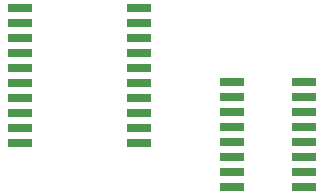
<source format=gtp>
G75*
%MOIN*%
%OFA0B0*%
%FSLAX25Y25*%
%IPPOS*%
%LPD*%
%AMOC8*
5,1,8,0,0,1.08239X$1,22.5*
%
%ADD10R,0.08000X0.02600*%
D10*
X0060240Y0045729D03*
X0060240Y0050729D03*
X0060240Y0055729D03*
X0060240Y0060729D03*
X0060240Y0065729D03*
X0060240Y0070729D03*
X0060240Y0075729D03*
X0060240Y0080729D03*
X0060240Y0085729D03*
X0060240Y0090729D03*
X0099840Y0090729D03*
X0099840Y0085729D03*
X0099840Y0080729D03*
X0099840Y0075729D03*
X0099840Y0070729D03*
X0099840Y0065729D03*
X0099840Y0060729D03*
X0099840Y0055729D03*
X0099840Y0050729D03*
X0099840Y0045729D03*
X0130932Y0046044D03*
X0130932Y0041044D03*
X0130932Y0036044D03*
X0130932Y0031044D03*
X0130932Y0051044D03*
X0130932Y0056044D03*
X0130932Y0061044D03*
X0130932Y0066044D03*
X0155132Y0066044D03*
X0155132Y0061044D03*
X0155132Y0056044D03*
X0155132Y0051044D03*
X0155132Y0046044D03*
X0155132Y0041044D03*
X0155132Y0036044D03*
X0155132Y0031044D03*
M02*

</source>
